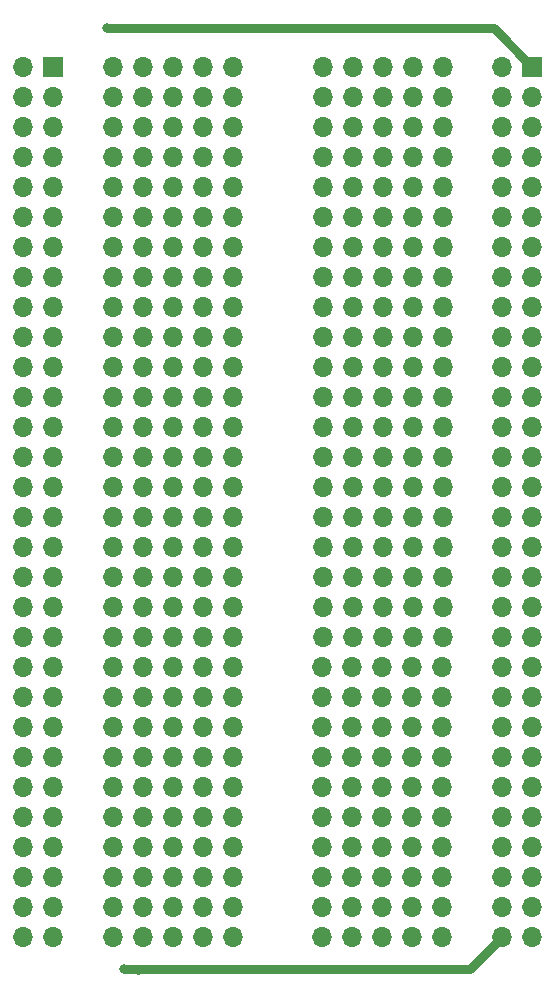
<source format=gbr>
%TF.GenerationSoftware,KiCad,Pcbnew,7.0.2*%
%TF.CreationDate,2024-01-29T21:10:08-05:00*%
%TF.ProjectId,dpx_perv_5x30-s,6470785f-7065-4727-965f-357833302d73,rev?*%
%TF.SameCoordinates,Original*%
%TF.FileFunction,Copper,L1,Top*%
%TF.FilePolarity,Positive*%
%FSLAX46Y46*%
G04 Gerber Fmt 4.6, Leading zero omitted, Abs format (unit mm)*
G04 Created by KiCad (PCBNEW 7.0.2) date 2024-01-29 21:10:08*
%MOMM*%
%LPD*%
G01*
G04 APERTURE LIST*
%TA.AperFunction,ComponentPad*%
%ADD10R,1.700000X1.700000*%
%TD*%
%TA.AperFunction,ComponentPad*%
%ADD11O,1.700000X1.700000*%
%TD*%
%TA.AperFunction,ViaPad*%
%ADD12C,0.800000*%
%TD*%
%TA.AperFunction,Conductor*%
%ADD13C,0.750000*%
%TD*%
G04 APERTURE END LIST*
D10*
%TO.P,J1,1,Pin_1*%
%TO.N,VCC*%
X46220000Y-33615000D03*
D11*
%TO.P,J1,2,Pin_2*%
%TO.N,GND*%
X43680000Y-33615000D03*
%TO.P,J1,3,Pin_3*%
%TO.N,VCC*%
X46220000Y-36155000D03*
%TO.P,J1,4,Pin_4*%
%TO.N,GND*%
X43680000Y-36155000D03*
%TO.P,J1,5,Pin_5*%
%TO.N,VCC*%
X46220000Y-38695000D03*
%TO.P,J1,6,Pin_6*%
%TO.N,GND*%
X43680000Y-38695000D03*
%TO.P,J1,7,Pin_7*%
%TO.N,VCC*%
X46220000Y-41235000D03*
%TO.P,J1,8,Pin_8*%
%TO.N,GND*%
X43680000Y-41235000D03*
%TO.P,J1,9,Pin_9*%
%TO.N,VCC*%
X46220000Y-43775000D03*
%TO.P,J1,10,Pin_10*%
%TO.N,GND*%
X43680000Y-43775000D03*
%TO.P,J1,11,Pin_11*%
%TO.N,VCC*%
X46220000Y-46315000D03*
%TO.P,J1,12,Pin_12*%
%TO.N,GND*%
X43680000Y-46315000D03*
%TO.P,J1,13,Pin_13*%
%TO.N,VCC*%
X46220000Y-48855000D03*
%TO.P,J1,14,Pin_14*%
%TO.N,GND*%
X43680000Y-48855000D03*
%TO.P,J1,15,Pin_15*%
%TO.N,VCC*%
X46220000Y-51395000D03*
%TO.P,J1,16,Pin_16*%
%TO.N,GND*%
X43680000Y-51395000D03*
%TO.P,J1,17,Pin_17*%
%TO.N,VCC*%
X46220000Y-53935000D03*
%TO.P,J1,18,Pin_18*%
%TO.N,GND*%
X43680000Y-53935000D03*
%TO.P,J1,19,Pin_19*%
%TO.N,VCC*%
X46220000Y-56475000D03*
%TO.P,J1,20,Pin_20*%
%TO.N,GND*%
X43680000Y-56475000D03*
%TO.P,J1,21,Pin_21*%
%TO.N,VCC*%
X46220000Y-59015000D03*
%TO.P,J1,22,Pin_22*%
%TO.N,GND*%
X43680000Y-59015000D03*
%TO.P,J1,23,Pin_23*%
%TO.N,VCC*%
X46220000Y-61555000D03*
%TO.P,J1,24,Pin_24*%
%TO.N,GND*%
X43680000Y-61555000D03*
%TO.P,J1,25,Pin_25*%
%TO.N,VCC*%
X46220000Y-64095000D03*
%TO.P,J1,26,Pin_26*%
%TO.N,GND*%
X43680000Y-64095000D03*
%TO.P,J1,27,Pin_27*%
%TO.N,VCC*%
X46220000Y-66635000D03*
%TO.P,J1,28,Pin_28*%
%TO.N,GND*%
X43680000Y-66635000D03*
%TO.P,J1,29,Pin_29*%
%TO.N,VCC*%
X46220000Y-69175000D03*
%TO.P,J1,30,Pin_30*%
%TO.N,GND*%
X43680000Y-69175000D03*
%TO.P,J1,31,Pin_31*%
%TO.N,VCC*%
X46220000Y-71715000D03*
%TO.P,J1,32,Pin_32*%
%TO.N,GND*%
X43680000Y-71715000D03*
%TO.P,J1,33,Pin_33*%
%TO.N,VCC*%
X46220000Y-74255000D03*
%TO.P,J1,34,Pin_34*%
%TO.N,GND*%
X43680000Y-74255000D03*
%TO.P,J1,35,Pin_35*%
%TO.N,VCC*%
X46220000Y-76795000D03*
%TO.P,J1,36,Pin_36*%
%TO.N,GND*%
X43680000Y-76795000D03*
%TO.P,J1,37,Pin_37*%
%TO.N,VCC*%
X46220000Y-79335000D03*
%TO.P,J1,38,Pin_38*%
%TO.N,GND*%
X43680000Y-79335000D03*
%TO.P,J1,39,Pin_39*%
%TO.N,VCC*%
X46220000Y-81875000D03*
%TO.P,J1,40,Pin_40*%
%TO.N,GND*%
X43680000Y-81875000D03*
%TO.P,J1,41,Pin_41*%
%TO.N,VCC*%
X46220000Y-84415000D03*
%TO.P,J1,42,Pin_42*%
%TO.N,GND*%
X43680000Y-84415000D03*
%TO.P,J1,43,Pin_43*%
%TO.N,VCC*%
X46220000Y-86955000D03*
%TO.P,J1,44,Pin_44*%
%TO.N,GND*%
X43680000Y-86955000D03*
%TO.P,J1,45,Pin_45*%
%TO.N,VCC*%
X46220000Y-89495000D03*
%TO.P,J1,46,Pin_46*%
%TO.N,GND*%
X43680000Y-89495000D03*
%TO.P,J1,47,Pin_47*%
%TO.N,VCC*%
X46220000Y-92035000D03*
%TO.P,J1,48,Pin_48*%
%TO.N,GND*%
X43680000Y-92035000D03*
%TO.P,J1,49,Pin_49*%
%TO.N,VCC*%
X46220000Y-94575000D03*
%TO.P,J1,50,Pin_50*%
%TO.N,GND*%
X43680000Y-94575000D03*
%TO.P,J1,51,Pin_51*%
%TO.N,VCC*%
X46220000Y-97115000D03*
%TO.P,J1,52,Pin_52*%
%TO.N,GND*%
X43680000Y-97115000D03*
%TO.P,J1,53,Pin_53*%
%TO.N,VCC*%
X46220000Y-99655000D03*
%TO.P,J1,54,Pin_54*%
%TO.N,GND*%
X43680000Y-99655000D03*
%TO.P,J1,55,Pin_55*%
%TO.N,VCC*%
X46220000Y-102195000D03*
%TO.P,J1,56,Pin_56*%
%TO.N,GND*%
X43680000Y-102195000D03*
%TO.P,J1,57,Pin_57*%
%TO.N,VCC*%
X46220000Y-104735000D03*
%TO.P,J1,58,Pin_58*%
%TO.N,GND*%
X43680000Y-104735000D03*
%TO.P,J1,59,Pin_59*%
%TO.N,VCC*%
X46220000Y-107275000D03*
%TO.P,J1,60,Pin_60*%
%TO.N,GND*%
X43680000Y-107275000D03*
%TD*%
D10*
%TO.P,J2,1,Pin_1*%
%TO.N,VCC*%
X86770000Y-33615000D03*
D11*
%TO.P,J2,2,Pin_2*%
%TO.N,GND*%
X84230000Y-33615000D03*
%TO.P,J2,3,Pin_3*%
%TO.N,VCC*%
X86770000Y-36155000D03*
%TO.P,J2,4,Pin_4*%
%TO.N,GND*%
X84230000Y-36155000D03*
%TO.P,J2,5,Pin_5*%
%TO.N,VCC*%
X86770000Y-38695000D03*
%TO.P,J2,6,Pin_6*%
%TO.N,GND*%
X84230000Y-38695000D03*
%TO.P,J2,7,Pin_7*%
%TO.N,VCC*%
X86770000Y-41235000D03*
%TO.P,J2,8,Pin_8*%
%TO.N,GND*%
X84230000Y-41235000D03*
%TO.P,J2,9,Pin_9*%
%TO.N,VCC*%
X86770000Y-43775000D03*
%TO.P,J2,10,Pin_10*%
%TO.N,GND*%
X84230000Y-43775000D03*
%TO.P,J2,11,Pin_11*%
%TO.N,VCC*%
X86770000Y-46315000D03*
%TO.P,J2,12,Pin_12*%
%TO.N,GND*%
X84230000Y-46315000D03*
%TO.P,J2,13,Pin_13*%
%TO.N,VCC*%
X86770000Y-48855000D03*
%TO.P,J2,14,Pin_14*%
%TO.N,GND*%
X84230000Y-48855000D03*
%TO.P,J2,15,Pin_15*%
%TO.N,VCC*%
X86770000Y-51395000D03*
%TO.P,J2,16,Pin_16*%
%TO.N,GND*%
X84230000Y-51395000D03*
%TO.P,J2,17,Pin_17*%
%TO.N,VCC*%
X86770000Y-53935000D03*
%TO.P,J2,18,Pin_18*%
%TO.N,GND*%
X84230000Y-53935000D03*
%TO.P,J2,19,Pin_19*%
%TO.N,VCC*%
X86770000Y-56475000D03*
%TO.P,J2,20,Pin_20*%
%TO.N,GND*%
X84230000Y-56475000D03*
%TO.P,J2,21,Pin_21*%
%TO.N,VCC*%
X86770000Y-59015000D03*
%TO.P,J2,22,Pin_22*%
%TO.N,GND*%
X84230000Y-59015000D03*
%TO.P,J2,23,Pin_23*%
%TO.N,VCC*%
X86770000Y-61555000D03*
%TO.P,J2,24,Pin_24*%
%TO.N,GND*%
X84230000Y-61555000D03*
%TO.P,J2,25,Pin_25*%
%TO.N,VCC*%
X86770000Y-64095000D03*
%TO.P,J2,26,Pin_26*%
%TO.N,GND*%
X84230000Y-64095000D03*
%TO.P,J2,27,Pin_27*%
%TO.N,VCC*%
X86770000Y-66635000D03*
%TO.P,J2,28,Pin_28*%
%TO.N,GND*%
X84230000Y-66635000D03*
%TO.P,J2,29,Pin_29*%
%TO.N,VCC*%
X86770000Y-69175000D03*
%TO.P,J2,30,Pin_30*%
%TO.N,GND*%
X84230000Y-69175000D03*
%TO.P,J2,31,Pin_31*%
%TO.N,VCC*%
X86770000Y-71715000D03*
%TO.P,J2,32,Pin_32*%
%TO.N,GND*%
X84230000Y-71715000D03*
%TO.P,J2,33,Pin_33*%
%TO.N,VCC*%
X86770000Y-74255000D03*
%TO.P,J2,34,Pin_34*%
%TO.N,GND*%
X84230000Y-74255000D03*
%TO.P,J2,35,Pin_35*%
%TO.N,VCC*%
X86770000Y-76795000D03*
%TO.P,J2,36,Pin_36*%
%TO.N,GND*%
X84230000Y-76795000D03*
%TO.P,J2,37,Pin_37*%
%TO.N,VCC*%
X86770000Y-79335000D03*
%TO.P,J2,38,Pin_38*%
%TO.N,GND*%
X84230000Y-79335000D03*
%TO.P,J2,39,Pin_39*%
%TO.N,VCC*%
X86770000Y-81875000D03*
%TO.P,J2,40,Pin_40*%
%TO.N,GND*%
X84230000Y-81875000D03*
%TO.P,J2,41,Pin_41*%
%TO.N,VCC*%
X86770000Y-84415000D03*
%TO.P,J2,42,Pin_42*%
%TO.N,GND*%
X84230000Y-84415000D03*
%TO.P,J2,43,Pin_43*%
%TO.N,VCC*%
X86770000Y-86955000D03*
%TO.P,J2,44,Pin_44*%
%TO.N,GND*%
X84230000Y-86955000D03*
%TO.P,J2,45,Pin_45*%
%TO.N,VCC*%
X86770000Y-89495000D03*
%TO.P,J2,46,Pin_46*%
%TO.N,GND*%
X84230000Y-89495000D03*
%TO.P,J2,47,Pin_47*%
%TO.N,VCC*%
X86770000Y-92035000D03*
%TO.P,J2,48,Pin_48*%
%TO.N,GND*%
X84230000Y-92035000D03*
%TO.P,J2,49,Pin_49*%
%TO.N,VCC*%
X86770000Y-94575000D03*
%TO.P,J2,50,Pin_50*%
%TO.N,GND*%
X84230000Y-94575000D03*
%TO.P,J2,51,Pin_51*%
%TO.N,VCC*%
X86770000Y-97115000D03*
%TO.P,J2,52,Pin_52*%
%TO.N,GND*%
X84230000Y-97115000D03*
%TO.P,J2,53,Pin_53*%
%TO.N,VCC*%
X86770000Y-99655000D03*
%TO.P,J2,54,Pin_54*%
%TO.N,GND*%
X84230000Y-99655000D03*
%TO.P,J2,55,Pin_55*%
%TO.N,VCC*%
X86770000Y-102195000D03*
%TO.P,J2,56,Pin_56*%
%TO.N,GND*%
X84230000Y-102195000D03*
%TO.P,J2,57,Pin_57*%
%TO.N,VCC*%
X86770000Y-104735000D03*
%TO.P,J2,58,Pin_58*%
%TO.N,GND*%
X84230000Y-104735000D03*
%TO.P,J2,59,Pin_59*%
%TO.N,VCC*%
X86770000Y-107275000D03*
%TO.P,J2,60,Pin_60*%
%TO.N,GND*%
X84230000Y-107275000D03*
%TD*%
%TO.P,U6,1*%
%TO.N,N/C*%
X79165000Y-97110000D03*
%TO.P,U6,2*%
X76625000Y-97110000D03*
%TO.P,U6,3*%
X74085000Y-97110000D03*
%TO.P,U6,4*%
X71545000Y-97110000D03*
%TO.P,U6,5*%
X69005000Y-97110000D03*
%TO.P,U6,6*%
X61405000Y-97110000D03*
%TO.P,U6,11*%
X79165000Y-99650000D03*
%TO.P,U6,12*%
X76625000Y-99650000D03*
%TO.P,U6,13*%
X74085000Y-99650000D03*
%TO.P,U6,14*%
X71545000Y-99650000D03*
%TO.P,U6,15*%
X69005000Y-99650000D03*
%TO.P,U6,16*%
X61405000Y-99650000D03*
%TO.P,U6,17*%
X58865000Y-99650000D03*
X58855000Y-97110000D03*
%TO.P,U6,18*%
X56325000Y-99650000D03*
X56315000Y-97110000D03*
%TO.P,U6,19*%
X53785000Y-99650000D03*
X53775000Y-97110000D03*
%TO.P,U6,20*%
X51245000Y-99650000D03*
X51235000Y-97110000D03*
%TO.P,U6,21*%
X79165000Y-102190000D03*
%TO.P,U6,22*%
X76625000Y-102190000D03*
%TO.P,U6,23*%
X74085000Y-102190000D03*
%TO.P,U6,24*%
X71545000Y-102190000D03*
%TO.P,U6,25*%
X69005000Y-102190000D03*
%TO.P,U6,26*%
X61405000Y-102190000D03*
%TO.P,U6,27*%
X58865000Y-102190000D03*
%TO.P,U6,28*%
X56325000Y-102190000D03*
%TO.P,U6,29*%
X53785000Y-102190000D03*
%TO.P,U6,30*%
X51245000Y-102190000D03*
%TO.P,U6,31*%
X79165000Y-104730000D03*
%TO.P,U6,32*%
X76625000Y-104730000D03*
%TO.P,U6,33*%
X74085000Y-104730000D03*
%TO.P,U6,34*%
X71545000Y-104730000D03*
%TO.P,U6,35*%
X69005000Y-104730000D03*
%TO.P,U6,36*%
X61405000Y-104730000D03*
%TO.P,U6,37*%
X58865000Y-104730000D03*
%TO.P,U6,38*%
X56325000Y-104730000D03*
%TO.P,U6,39*%
X53785000Y-104730000D03*
%TO.P,U6,40*%
X51245000Y-104730000D03*
%TO.P,U6,41*%
X79165000Y-107270000D03*
%TO.P,U6,42*%
X76625000Y-107270000D03*
%TO.P,U6,43*%
X74085000Y-107270000D03*
%TO.P,U6,44*%
X71545000Y-107270000D03*
%TO.P,U6,45*%
X69005000Y-107270000D03*
%TO.P,U6,46*%
X61405000Y-107270000D03*
%TO.P,U6,47*%
X58865000Y-107270000D03*
%TO.P,U6,48*%
X56325000Y-107270000D03*
%TO.P,U6,49*%
X53785000Y-107270000D03*
%TO.P,U6,50*%
X51245000Y-107270000D03*
%TD*%
%TO.P,U2,1*%
%TO.N,N/C*%
X79195000Y-46310000D03*
%TO.P,U2,2*%
X76655000Y-46310000D03*
%TO.P,U2,3*%
X74115000Y-46310000D03*
%TO.P,U2,4*%
X71575000Y-46310000D03*
%TO.P,U2,5*%
X69035000Y-46310000D03*
%TO.P,U2,6*%
X61435000Y-46310000D03*
%TO.P,U2,11*%
X79195000Y-48850000D03*
%TO.P,U2,12*%
X76655000Y-48850000D03*
%TO.P,U2,13*%
X74115000Y-48850000D03*
%TO.P,U2,14*%
X71575000Y-48850000D03*
%TO.P,U2,15*%
X69035000Y-48850000D03*
%TO.P,U2,16*%
X61435000Y-48850000D03*
%TO.P,U2,17*%
X58895000Y-48850000D03*
X58885000Y-46310000D03*
%TO.P,U2,18*%
X56355000Y-48850000D03*
X56345000Y-46310000D03*
%TO.P,U2,19*%
X53815000Y-48850000D03*
X53805000Y-46310000D03*
%TO.P,U2,20*%
X51275000Y-48850000D03*
X51265000Y-46310000D03*
%TO.P,U2,21*%
X79195000Y-51390000D03*
%TO.P,U2,22*%
X76655000Y-51390000D03*
%TO.P,U2,23*%
X74115000Y-51390000D03*
%TO.P,U2,24*%
X71575000Y-51390000D03*
%TO.P,U2,25*%
X69035000Y-51390000D03*
%TO.P,U2,26*%
X61435000Y-51390000D03*
%TO.P,U2,27*%
X58895000Y-51390000D03*
%TO.P,U2,28*%
X56355000Y-51390000D03*
%TO.P,U2,29*%
X53815000Y-51390000D03*
%TO.P,U2,30*%
X51275000Y-51390000D03*
%TO.P,U2,31*%
X79195000Y-53930000D03*
%TO.P,U2,32*%
X76655000Y-53930000D03*
%TO.P,U2,33*%
X74115000Y-53930000D03*
%TO.P,U2,34*%
X71575000Y-53930000D03*
%TO.P,U2,35*%
X69035000Y-53930000D03*
%TO.P,U2,36*%
X61435000Y-53930000D03*
%TO.P,U2,37*%
X58895000Y-53930000D03*
%TO.P,U2,38*%
X56355000Y-53930000D03*
%TO.P,U2,39*%
X53815000Y-53930000D03*
%TO.P,U2,40*%
X51275000Y-53930000D03*
%TO.P,U2,41*%
X79195000Y-56470000D03*
%TO.P,U2,42*%
X76655000Y-56470000D03*
%TO.P,U2,43*%
X74115000Y-56470000D03*
%TO.P,U2,44*%
X71575000Y-56470000D03*
%TO.P,U2,45*%
X69035000Y-56470000D03*
%TO.P,U2,46*%
X61435000Y-56470000D03*
%TO.P,U2,47*%
X58895000Y-56470000D03*
%TO.P,U2,48*%
X56355000Y-56470000D03*
%TO.P,U2,49*%
X53815000Y-56470000D03*
%TO.P,U2,50*%
X51275000Y-56470000D03*
%TD*%
%TO.P,U1,1*%
%TO.N,N/C*%
X79180000Y-33615000D03*
%TO.P,U1,2*%
X76640000Y-33615000D03*
%TO.P,U1,3*%
X74100000Y-33615000D03*
%TO.P,U1,4*%
X71560000Y-33615000D03*
%TO.P,U1,5*%
X69020000Y-33615000D03*
%TO.P,U1,6*%
X61420000Y-33615000D03*
%TO.P,U1,11*%
X79180000Y-36155000D03*
%TO.P,U1,12*%
X76640000Y-36155000D03*
%TO.P,U1,13*%
X74100000Y-36155000D03*
%TO.P,U1,14*%
X71560000Y-36155000D03*
%TO.P,U1,15*%
X69020000Y-36155000D03*
%TO.P,U1,16*%
X61420000Y-36155000D03*
%TO.P,U1,17*%
X58880000Y-36155000D03*
X58870000Y-33615000D03*
%TO.P,U1,18*%
X56340000Y-36155000D03*
X56330000Y-33615000D03*
%TO.P,U1,19*%
X53800000Y-36155000D03*
X53790000Y-33615000D03*
%TO.P,U1,20*%
X51260000Y-36155000D03*
X51250000Y-33615000D03*
%TO.P,U1,21*%
X79180000Y-38695000D03*
%TO.P,U1,22*%
X76640000Y-38695000D03*
%TO.P,U1,23*%
X74100000Y-38695000D03*
%TO.P,U1,24*%
X71560000Y-38695000D03*
%TO.P,U1,25*%
X69020000Y-38695000D03*
%TO.P,U1,26*%
X61420000Y-38695000D03*
%TO.P,U1,27*%
X58880000Y-38695000D03*
%TO.P,U1,28*%
X56340000Y-38695000D03*
%TO.P,U1,29*%
X53800000Y-38695000D03*
%TO.P,U1,30*%
X51260000Y-38695000D03*
%TO.P,U1,31*%
X79180000Y-41235000D03*
%TO.P,U1,32*%
X76640000Y-41235000D03*
%TO.P,U1,33*%
X74100000Y-41235000D03*
%TO.P,U1,34*%
X71560000Y-41235000D03*
%TO.P,U1,35*%
X69020000Y-41235000D03*
%TO.P,U1,36*%
X61420000Y-41235000D03*
%TO.P,U1,37*%
X58880000Y-41235000D03*
%TO.P,U1,38*%
X56340000Y-41235000D03*
%TO.P,U1,39*%
X53800000Y-41235000D03*
%TO.P,U1,40*%
X51260000Y-41235000D03*
%TO.P,U1,41*%
X79180000Y-43775000D03*
%TO.P,U1,42*%
X76640000Y-43775000D03*
%TO.P,U1,43*%
X74100000Y-43775000D03*
%TO.P,U1,44*%
X71560000Y-43775000D03*
%TO.P,U1,45*%
X69020000Y-43775000D03*
%TO.P,U1,46*%
X61420000Y-43775000D03*
%TO.P,U1,47*%
X58880000Y-43775000D03*
%TO.P,U1,48*%
X56340000Y-43775000D03*
%TO.P,U1,49*%
X53800000Y-43775000D03*
%TO.P,U1,50*%
X51260000Y-43775000D03*
%TD*%
%TO.P,U4,1*%
%TO.N,N/C*%
X79185000Y-71710000D03*
%TO.P,U4,2*%
X76645000Y-71710000D03*
%TO.P,U4,3*%
X74105000Y-71710000D03*
%TO.P,U4,4*%
X71565000Y-71710000D03*
%TO.P,U4,5*%
X69025000Y-71710000D03*
%TO.P,U4,6*%
X61425000Y-71710000D03*
%TO.P,U4,11*%
X79185000Y-74250000D03*
%TO.P,U4,12*%
X76645000Y-74250000D03*
%TO.P,U4,13*%
X74105000Y-74250000D03*
%TO.P,U4,14*%
X71565000Y-74250000D03*
%TO.P,U4,15*%
X69025000Y-74250000D03*
%TO.P,U4,16*%
X61425000Y-74250000D03*
%TO.P,U4,17*%
X58885000Y-74250000D03*
X58875000Y-71710000D03*
%TO.P,U4,18*%
X56345000Y-74250000D03*
X56335000Y-71710000D03*
%TO.P,U4,19*%
X53805000Y-74250000D03*
X53795000Y-71710000D03*
%TO.P,U4,20*%
X51265000Y-74250000D03*
X51255000Y-71710000D03*
%TO.P,U4,21*%
X79185000Y-76790000D03*
%TO.P,U4,22*%
X76645000Y-76790000D03*
%TO.P,U4,23*%
X74105000Y-76790000D03*
%TO.P,U4,24*%
X71565000Y-76790000D03*
%TO.P,U4,25*%
X69025000Y-76790000D03*
%TO.P,U4,26*%
X61425000Y-76790000D03*
%TO.P,U4,27*%
X58885000Y-76790000D03*
%TO.P,U4,28*%
X56345000Y-76790000D03*
%TO.P,U4,29*%
X53805000Y-76790000D03*
%TO.P,U4,30*%
X51265000Y-76790000D03*
%TO.P,U4,31*%
X79185000Y-79330000D03*
%TO.P,U4,32*%
X76645000Y-79330000D03*
%TO.P,U4,33*%
X74105000Y-79330000D03*
%TO.P,U4,34*%
X71565000Y-79330000D03*
%TO.P,U4,35*%
X69025000Y-79330000D03*
%TO.P,U4,36*%
X61425000Y-79330000D03*
%TO.P,U4,37*%
X58885000Y-79330000D03*
%TO.P,U4,38*%
X56345000Y-79330000D03*
%TO.P,U4,39*%
X53805000Y-79330000D03*
%TO.P,U4,40*%
X51265000Y-79330000D03*
%TO.P,U4,41*%
X79185000Y-81870000D03*
%TO.P,U4,42*%
X76645000Y-81870000D03*
%TO.P,U4,43*%
X74105000Y-81870000D03*
%TO.P,U4,44*%
X71565000Y-81870000D03*
%TO.P,U4,45*%
X69025000Y-81870000D03*
%TO.P,U4,46*%
X61425000Y-81870000D03*
%TO.P,U4,47*%
X58885000Y-81870000D03*
%TO.P,U4,48*%
X56345000Y-81870000D03*
%TO.P,U4,49*%
X53805000Y-81870000D03*
%TO.P,U4,50*%
X51265000Y-81870000D03*
%TD*%
%TO.P,U3,1*%
%TO.N,N/C*%
X79185000Y-59020000D03*
%TO.P,U3,2*%
X76645000Y-59020000D03*
%TO.P,U3,3*%
X74105000Y-59020000D03*
%TO.P,U3,4*%
X71565000Y-59020000D03*
%TO.P,U3,5*%
X69025000Y-59020000D03*
%TO.P,U3,6*%
X61425000Y-59020000D03*
%TO.P,U3,11*%
X79185000Y-61560000D03*
%TO.P,U3,12*%
X76645000Y-61560000D03*
%TO.P,U3,13*%
X74105000Y-61560000D03*
%TO.P,U3,14*%
X71565000Y-61560000D03*
%TO.P,U3,15*%
X69025000Y-61560000D03*
%TO.P,U3,16*%
X61425000Y-61560000D03*
%TO.P,U3,17*%
X58885000Y-61560000D03*
X58875000Y-59020000D03*
%TO.P,U3,18*%
X56345000Y-61560000D03*
X56335000Y-59020000D03*
%TO.P,U3,19*%
X53805000Y-61560000D03*
X53795000Y-59020000D03*
%TO.P,U3,20*%
X51265000Y-61560000D03*
X51255000Y-59020000D03*
%TO.P,U3,21*%
X79185000Y-64100000D03*
%TO.P,U3,22*%
X76645000Y-64100000D03*
%TO.P,U3,23*%
X74105000Y-64100000D03*
%TO.P,U3,24*%
X71565000Y-64100000D03*
%TO.P,U3,25*%
X69025000Y-64100000D03*
%TO.P,U3,26*%
X61425000Y-64100000D03*
%TO.P,U3,27*%
X58885000Y-64100000D03*
%TO.P,U3,28*%
X56345000Y-64100000D03*
%TO.P,U3,29*%
X53805000Y-64100000D03*
%TO.P,U3,30*%
X51265000Y-64100000D03*
%TO.P,U3,31*%
X79185000Y-66640000D03*
%TO.P,U3,32*%
X76645000Y-66640000D03*
%TO.P,U3,33*%
X74105000Y-66640000D03*
%TO.P,U3,34*%
X71565000Y-66640000D03*
%TO.P,U3,35*%
X69025000Y-66640000D03*
%TO.P,U3,36*%
X61425000Y-66640000D03*
%TO.P,U3,37*%
X58885000Y-66640000D03*
%TO.P,U3,38*%
X56345000Y-66640000D03*
%TO.P,U3,39*%
X53805000Y-66640000D03*
%TO.P,U3,40*%
X51265000Y-66640000D03*
%TO.P,U3,41*%
X79185000Y-69180000D03*
%TO.P,U3,42*%
X76645000Y-69180000D03*
%TO.P,U3,43*%
X74105000Y-69180000D03*
%TO.P,U3,44*%
X71565000Y-69180000D03*
%TO.P,U3,45*%
X69025000Y-69180000D03*
%TO.P,U3,46*%
X61425000Y-69180000D03*
%TO.P,U3,47*%
X58885000Y-69180000D03*
%TO.P,U3,48*%
X56345000Y-69180000D03*
%TO.P,U3,49*%
X53805000Y-69180000D03*
%TO.P,U3,50*%
X51265000Y-69180000D03*
%TD*%
%TO.P,U5,1*%
%TO.N,N/C*%
X79165000Y-84400000D03*
%TO.P,U5,2*%
X76625000Y-84400000D03*
%TO.P,U5,3*%
X74085000Y-84400000D03*
%TO.P,U5,4*%
X71545000Y-84400000D03*
%TO.P,U5,5*%
X69005000Y-84400000D03*
%TO.P,U5,6*%
X61405000Y-84400000D03*
%TO.P,U5,11*%
X79165000Y-86940000D03*
%TO.P,U5,12*%
X76625000Y-86940000D03*
%TO.P,U5,13*%
X74085000Y-86940000D03*
%TO.P,U5,14*%
X71545000Y-86940000D03*
%TO.P,U5,15*%
X69005000Y-86940000D03*
%TO.P,U5,16*%
X61405000Y-86940000D03*
%TO.P,U5,17*%
X58865000Y-86940000D03*
X58855000Y-84400000D03*
%TO.P,U5,18*%
X56325000Y-86940000D03*
X56315000Y-84400000D03*
%TO.P,U5,19*%
X53785000Y-86940000D03*
X53775000Y-84400000D03*
%TO.P,U5,20*%
X51245000Y-86940000D03*
X51235000Y-84400000D03*
%TO.P,U5,21*%
X79165000Y-89480000D03*
%TO.P,U5,22*%
X76625000Y-89480000D03*
%TO.P,U5,23*%
X74085000Y-89480000D03*
%TO.P,U5,24*%
X71545000Y-89480000D03*
%TO.P,U5,25*%
X69005000Y-89480000D03*
%TO.P,U5,26*%
X61405000Y-89480000D03*
%TO.P,U5,27*%
X58865000Y-89480000D03*
%TO.P,U5,28*%
X56325000Y-89480000D03*
%TO.P,U5,29*%
X53785000Y-89480000D03*
%TO.P,U5,30*%
X51245000Y-89480000D03*
%TO.P,U5,31*%
X79165000Y-92020000D03*
%TO.P,U5,32*%
X76625000Y-92020000D03*
%TO.P,U5,33*%
X74085000Y-92020000D03*
%TO.P,U5,34*%
X71545000Y-92020000D03*
%TO.P,U5,35*%
X69005000Y-92020000D03*
%TO.P,U5,36*%
X61405000Y-92020000D03*
%TO.P,U5,37*%
X58865000Y-92020000D03*
%TO.P,U5,38*%
X56325000Y-92020000D03*
%TO.P,U5,39*%
X53785000Y-92020000D03*
%TO.P,U5,40*%
X51245000Y-92020000D03*
%TO.P,U5,41*%
X79165000Y-94560000D03*
%TO.P,U5,42*%
X76625000Y-94560000D03*
%TO.P,U5,43*%
X74085000Y-94560000D03*
%TO.P,U5,44*%
X71545000Y-94560000D03*
%TO.P,U5,45*%
X69005000Y-94560000D03*
%TO.P,U5,46*%
X61405000Y-94560000D03*
%TO.P,U5,47*%
X58865000Y-94560000D03*
%TO.P,U5,48*%
X56325000Y-94560000D03*
%TO.P,U5,49*%
X53785000Y-94560000D03*
%TO.P,U5,50*%
X51245000Y-94560000D03*
%TD*%
D12*
%TO.N,VCC*%
X50750000Y-30360000D03*
%TO.N,GND*%
X52180000Y-110020000D03*
%TD*%
D13*
%TO.N,GND*%
X53460000Y-110020000D02*
X81485000Y-110020000D01*
X81485000Y-110020000D02*
X84230000Y-107275000D01*
X53420000Y-110060000D02*
X53460000Y-110020000D01*
X53380000Y-110020000D02*
X53420000Y-110060000D01*
X52180000Y-110020000D02*
X53380000Y-110020000D01*
%TO.N,VCC*%
X83515000Y-30360000D02*
X50750000Y-30360000D01*
X86770000Y-33615000D02*
X83515000Y-30360000D01*
%TD*%
M02*

</source>
